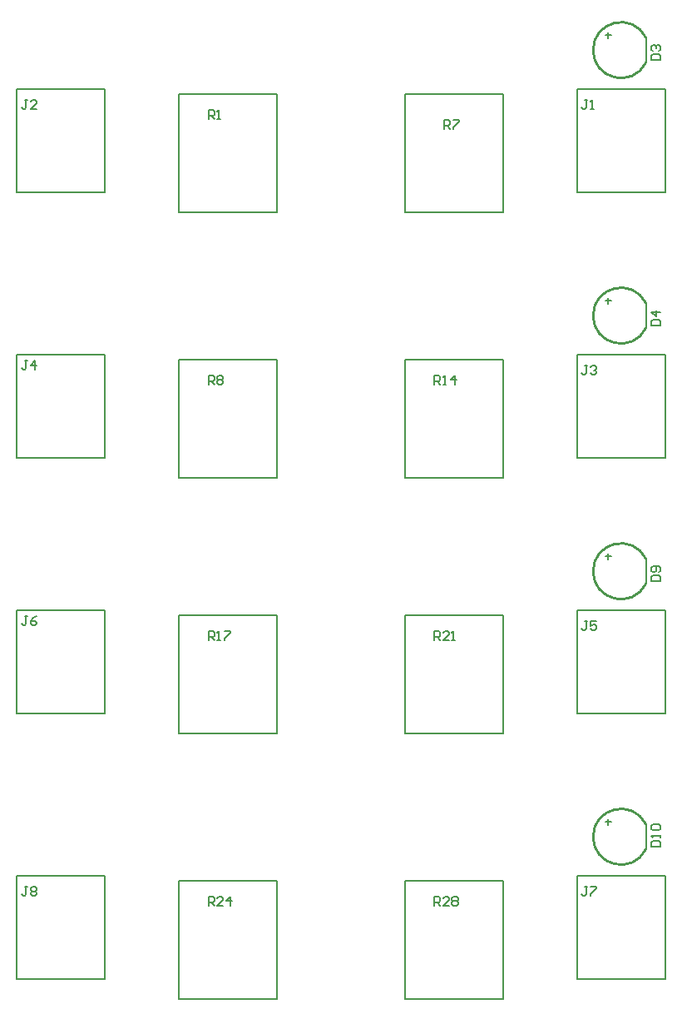
<source format=gto>
G04 Layer_Color=65535*
%FSLAX44Y44*%
%MOMM*%
G71*
G01*
G75*
%ADD12C,0.2000*%
%ADD34C,0.2540*%
%ADD35C,0.1270*%
%ADD36C,0.1600*%
D12*
X1314000Y1285000D02*
X1320000D01*
X1317000Y1282000D02*
Y1288000D01*
X1355400Y1257300D02*
Y1282700D01*
Y1527300D02*
Y1552700D01*
X1320000Y1555000D02*
X1314000D01*
X1317000Y1552000D02*
Y1558000D01*
X1355400Y1787300D02*
Y1812700D01*
X1320000Y1815000D02*
X1314000D01*
X1317000Y1812000D02*
Y1818000D01*
X1355400Y2057300D02*
Y2082700D01*
X1320000Y2085000D02*
X1314000D01*
X1317000Y2082000D02*
Y2088000D01*
D34*
X1355400Y1282700D02*
G03*
X1355400Y1257300I-25400J-12700D01*
G01*
Y1552700D02*
G03*
X1355400Y1527300I-25400J-12700D01*
G01*
Y1812700D02*
G03*
X1355400Y1787300I-25400J-12700D01*
G01*
Y2082700D02*
G03*
X1355400Y2057300I-25400J-12700D01*
G01*
D35*
X980000Y1105000D02*
Y1225000D01*
X880000D01*
Y1105000D01*
X980000D01*
X1110000D02*
Y1225000D01*
X1210000D01*
Y1105000D01*
X1110000D01*
X1285042Y1125042D02*
X1374958D01*
Y1224864D01*
Y1229944D01*
X1285042D01*
Y1224610D01*
Y1125042D01*
X1374958Y1395042D02*
Y1494864D01*
Y1499944D01*
X1285042D01*
Y1494610D01*
Y1395042D01*
X1374958D01*
X1210000Y1495000D02*
Y1375000D01*
X1110000D01*
Y1495000D01*
X1210000D01*
X1285042Y1655042D02*
X1374958D01*
Y1754864D01*
Y1759944D01*
X1285042D01*
Y1754610D01*
Y1655042D01*
X1210000Y1635000D02*
Y1755000D01*
X1110000D01*
Y1635000D01*
X1210000D01*
Y1905000D02*
Y2025000D01*
X1110000D01*
Y1905000D01*
X1210000D01*
X1285042Y1925042D02*
X1374958D01*
Y2024864D01*
Y2029944D01*
X1285042D01*
Y2024610D01*
Y1925042D01*
X980000Y2025000D02*
Y1905000D01*
X880000D01*
Y2025000D01*
X980000D01*
X804958Y2024864D02*
Y2029944D01*
X715042D01*
Y2024610D01*
Y1925042D01*
X804958D01*
Y2024864D01*
X715042Y1759944D02*
X804958D01*
Y1754864D01*
Y1655042D01*
X715042D01*
Y1754610D01*
Y1759944D01*
X880000Y1635000D02*
Y1755000D01*
X980000D01*
Y1635000D01*
X880000D01*
X804958Y1499944D02*
Y1494864D01*
Y1395042D01*
X715042D01*
Y1494610D01*
Y1499944D01*
X804958D01*
X880000Y1495000D02*
X980000D01*
Y1375000D01*
X880000D01*
Y1495000D01*
X715042Y1229944D02*
X804958D01*
Y1224864D01*
Y1125042D01*
X715042D01*
Y1224610D01*
Y1229944D01*
D36*
X1154995Y1200000D02*
X1148997D01*
X1154995Y1205998D01*
Y1207498D01*
X1153496Y1208997D01*
X1150497D01*
X1148997Y1207498D01*
X1145998D02*
Y1204499D01*
X1144499Y1202999D01*
X1140000D01*
Y1200000D02*
Y1208997D01*
X1144499D01*
X1145998Y1207498D01*
X1142999Y1202999D02*
X1145998Y1200000D01*
X1159494D02*
X1157994Y1201499D01*
Y1202999D01*
X1159494Y1204499D01*
X1157994Y1205998D01*
Y1207498D01*
X1159494Y1208997D01*
X1162493D01*
X1163992Y1207498D01*
Y1205998D01*
X1162493Y1204499D01*
X1163992Y1202999D01*
Y1201499D01*
X1162493Y1200000D01*
X1159494D01*
Y1204499D02*
X1162493D01*
X1291499Y1210000D02*
X1290000Y1211499D01*
X1291499Y1210000D02*
X1292999D01*
X1294499Y1211499D01*
Y1218997D01*
X1292999D01*
X1295998D01*
X1298997D02*
X1304995D01*
Y1217498D01*
X1298997Y1211499D01*
Y1210000D01*
X1361003Y1260000D02*
X1370000D01*
Y1264499D01*
X1368501Y1265998D01*
X1362502D01*
X1361003Y1264499D01*
Y1260000D01*
Y1270497D02*
X1362502Y1268997D01*
X1361003Y1270497D02*
X1370000D01*
Y1271996D01*
Y1268997D01*
Y1277994D02*
X1368501Y1276495D01*
X1362502D01*
X1361003Y1277994D01*
Y1280993D01*
X1362502Y1282493D01*
X1368501D01*
X1370000Y1280993D01*
Y1277994D01*
X1304995Y1481499D02*
X1303496Y1480000D01*
X1300497D01*
X1298997Y1481499D01*
Y1484499D02*
X1301996Y1485998D01*
X1303496D01*
X1304995Y1484499D01*
Y1481499D01*
Y1488997D02*
X1298997D01*
Y1484499D01*
X1295998Y1488997D02*
X1292999D01*
X1294499D01*
Y1481499D01*
X1292999Y1480000D01*
X1291499D01*
X1290000Y1481499D01*
X1361003Y1530000D02*
X1370000D01*
Y1534498D01*
X1368501Y1535998D01*
X1362502D01*
X1361003Y1534498D01*
Y1530000D01*
X1364002Y1538997D02*
X1365502Y1540497D01*
Y1544995D01*
X1368501D02*
X1362502D01*
X1361003Y1543496D01*
Y1540497D01*
X1362502Y1538997D01*
X1364002D01*
X1368501D02*
X1370000Y1540497D01*
Y1543496D01*
X1368501Y1544995D01*
X1304995Y1741499D02*
X1303496Y1740000D01*
X1300497D01*
X1298997Y1741499D01*
X1294499D02*
X1292999Y1740000D01*
X1291499D01*
X1290000Y1741499D01*
X1294499D02*
Y1748997D01*
X1292999D01*
X1295998D01*
X1298997Y1747498D02*
X1300497Y1748997D01*
X1303496D01*
X1304995Y1747498D01*
Y1745998D01*
X1303496Y1744498D01*
X1301996D01*
X1303496D01*
X1304995Y1742999D01*
Y1741499D01*
X1361003Y1790000D02*
X1370000D01*
Y1794498D01*
X1368501Y1795998D01*
X1362502D01*
X1361003Y1794498D01*
Y1790000D01*
X1365502Y1798997D02*
Y1804995D01*
X1370000Y1803496D02*
X1361003D01*
X1365502Y1798997D01*
X1301996Y2010000D02*
X1300497D01*
Y2018997D01*
X1298997Y2017498D01*
X1295998Y2018997D02*
X1292999D01*
X1294499D01*
Y2011499D01*
X1292999Y2010000D01*
X1291499D01*
X1290000Y2011499D01*
X1298997Y2010000D02*
X1301996D01*
X1361003Y2060000D02*
X1370000D01*
Y2064498D01*
X1368501Y2065998D01*
X1362502D01*
X1361003Y2064498D01*
Y2060000D01*
X1362502Y2068997D02*
X1361003Y2070497D01*
Y2073496D01*
X1362502Y2074995D01*
X1364002D01*
X1365502Y2073496D01*
Y2071996D01*
Y2073496D01*
X1367001Y2074995D01*
X1368501D01*
X1370000Y2073496D01*
Y2070497D01*
X1368501Y2068997D01*
X1164995Y1998997D02*
Y1997498D01*
X1158997Y1991499D01*
Y1990000D01*
X1155998D02*
X1152999Y1992999D01*
X1154499D02*
X1150000D01*
Y1990000D02*
Y1998997D01*
X1154499D01*
X1155998Y1997498D01*
Y1994499D01*
X1154499Y1992999D01*
X1158997Y1998997D02*
X1164995D01*
X1150497Y1738997D02*
X1148997Y1737498D01*
X1145998D02*
Y1734498D01*
X1144499Y1732999D01*
X1140000D01*
Y1730000D02*
Y1738997D01*
X1144499D01*
X1145998Y1737498D01*
X1150497Y1738997D02*
Y1730000D01*
X1151996D01*
X1148997D01*
X1145998D02*
X1142999Y1732999D01*
X1156495Y1734498D02*
X1162493D01*
X1160993Y1730000D02*
Y1738997D01*
X1156495Y1734498D01*
X1150497Y1478997D02*
X1148997Y1477498D01*
X1145998D02*
Y1474498D01*
X1144499Y1472999D01*
X1140000D01*
Y1470000D02*
Y1478997D01*
X1144499D01*
X1145998Y1477498D01*
X1150497Y1478997D02*
X1153496D01*
X1154995Y1477498D01*
Y1475998D01*
X1148997Y1470000D01*
X1154995D01*
X1157994D02*
X1160993D01*
X1159494D01*
Y1478997D01*
X1157994Y1477498D01*
X1142999Y1472999D02*
X1145998Y1470000D01*
X926495D02*
Y1471499D01*
X932493Y1477498D01*
Y1478997D01*
X926495D01*
X920497D02*
X918997Y1477498D01*
X915998D02*
Y1474498D01*
X914499Y1472999D01*
X910000D01*
Y1470000D02*
Y1478997D01*
X914499D01*
X915998Y1477498D01*
X920497Y1478997D02*
Y1470000D01*
X921996D01*
X918997D01*
X915998D02*
X912999Y1472999D01*
X734995Y1493997D02*
X731996Y1492498D01*
X728997Y1489498D01*
Y1486499D01*
X730497Y1485000D01*
X733496D01*
X734995Y1486499D01*
Y1487999D01*
X733496Y1489498D01*
X728997D01*
X725998Y1493997D02*
X722999D01*
X724499D01*
Y1486499D01*
X722999Y1485000D01*
X721499D01*
X720000Y1486499D01*
X722999Y1218997D02*
X724499D01*
Y1211499D01*
X722999Y1210000D01*
X721499D01*
X720000Y1211499D01*
X722999Y1218997D02*
X725998D01*
X728997Y1217498D02*
X730497Y1218997D01*
X733496D01*
X734995Y1217498D01*
Y1215998D01*
X733496Y1214499D01*
X734995Y1212999D01*
Y1211499D01*
X733496Y1210000D01*
X730497D01*
X728997Y1211499D01*
Y1212999D01*
X730497Y1214499D01*
X728997Y1215998D01*
Y1217498D01*
X730497Y1214499D02*
X733496D01*
X910000Y1208997D02*
X914499D01*
X915998Y1207498D01*
Y1204499D01*
X914499Y1202999D01*
X910000D01*
Y1200000D02*
Y1208997D01*
X912999Y1202999D02*
X915998Y1200000D01*
X918997D02*
X924995Y1205998D01*
Y1207498D01*
X923496Y1208997D01*
X920497D01*
X918997Y1207498D01*
Y1200000D02*
X924995D01*
X932493D02*
Y1208997D01*
X927994Y1204499D01*
X933992D01*
X924995Y1731499D02*
X923496Y1730000D01*
X920497D01*
X918997Y1731499D01*
Y1732999D01*
X920497Y1734498D01*
X918997Y1735998D01*
Y1737498D01*
X920497Y1738997D01*
X923496D01*
X924995Y1737498D01*
Y1735998D01*
X923496Y1734498D01*
X924995Y1732999D01*
Y1731499D01*
X923496Y1734498D02*
X920497D01*
X915998D02*
X914499Y1732999D01*
X910000D01*
Y1730000D02*
Y1738997D01*
X914499D01*
X915998Y1737498D01*
Y1734498D01*
X912999Y1732999D02*
X915998Y1730000D01*
X734995Y1749498D02*
X728997D01*
X733496Y1753997D01*
Y1745000D01*
X725998Y1753997D02*
X722999D01*
X724499D01*
Y1746499D01*
X722999Y1745000D01*
X721499D01*
X720000Y1746499D01*
X910000Y2000000D02*
Y2008997D01*
X914499D01*
X915998Y2007498D01*
Y2004498D01*
X914499Y2002999D01*
X910000D01*
X912999D02*
X915998Y2000000D01*
X918997D02*
X921996D01*
X920497D01*
Y2008997D01*
X918997Y2007498D01*
X734995Y2010000D02*
X728997D01*
X734995Y2015998D01*
Y2017498D01*
X733496Y2018997D01*
X730497D01*
X728997Y2017498D01*
X725998Y2018997D02*
X722999D01*
X724499D01*
Y2011499D01*
X722999Y2010000D01*
X721499D01*
X720000Y2011499D01*
M02*

</source>
